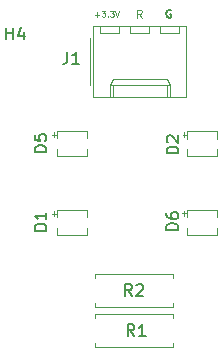
<source format=gto>
%TF.GenerationSoftware,KiCad,Pcbnew,(5.1.9)-1*%
%TF.CreationDate,2021-09-01T20:21:50+01:00*%
%TF.ProjectId,TSAL LED breakout,5453414c-204c-4454-9420-627265616b6f,rev?*%
%TF.SameCoordinates,Original*%
%TF.FileFunction,Legend,Top*%
%TF.FilePolarity,Positive*%
%FSLAX46Y46*%
G04 Gerber Fmt 4.6, Leading zero omitted, Abs format (unit mm)*
G04 Created by KiCad (PCBNEW (5.1.9)-1) date 2021-09-01 20:21:50*
%MOMM*%
%LPD*%
G01*
G04 APERTURE LIST*
%ADD10C,0.175000*%
%ADD11C,0.125000*%
%ADD12C,0.120000*%
%ADD13C,0.050000*%
%ADD14C,0.150000*%
G04 APERTURE END LIST*
D10*
X132433333Y-41650000D02*
X132366666Y-41616666D01*
X132266666Y-41616666D01*
X132166666Y-41650000D01*
X132100000Y-41716666D01*
X132066666Y-41783333D01*
X132033333Y-41916666D01*
X132033333Y-42016666D01*
X132066666Y-42150000D01*
X132100000Y-42216666D01*
X132166666Y-42283333D01*
X132266666Y-42316666D01*
X132333333Y-42316666D01*
X132433333Y-42283333D01*
X132466666Y-42250000D01*
X132466666Y-42016666D01*
X132333333Y-42016666D01*
D11*
X129966666Y-42316666D02*
X129733333Y-41983333D01*
X129566666Y-42316666D02*
X129566666Y-41616666D01*
X129833333Y-41616666D01*
X129900000Y-41650000D01*
X129933333Y-41683333D01*
X129966666Y-41750000D01*
X129966666Y-41850000D01*
X129933333Y-41916666D01*
X129900000Y-41950000D01*
X129833333Y-41983333D01*
X129566666Y-41983333D01*
X126000000Y-42035714D02*
X126380952Y-42035714D01*
X126190476Y-42226190D02*
X126190476Y-41845238D01*
X126571428Y-41726190D02*
X126880952Y-41726190D01*
X126714285Y-41916666D01*
X126785714Y-41916666D01*
X126833333Y-41940476D01*
X126857142Y-41964285D01*
X126880952Y-42011904D01*
X126880952Y-42130952D01*
X126857142Y-42178571D01*
X126833333Y-42202380D01*
X126785714Y-42226190D01*
X126642857Y-42226190D01*
X126595238Y-42202380D01*
X126571428Y-42178571D01*
X127095238Y-42178571D02*
X127119047Y-42202380D01*
X127095238Y-42226190D01*
X127071428Y-42202380D01*
X127095238Y-42178571D01*
X127095238Y-42226190D01*
X127285714Y-41726190D02*
X127595238Y-41726190D01*
X127428571Y-41916666D01*
X127500000Y-41916666D01*
X127547619Y-41940476D01*
X127571428Y-41964285D01*
X127595238Y-42011904D01*
X127595238Y-42130952D01*
X127571428Y-42178571D01*
X127547619Y-42202380D01*
X127500000Y-42226190D01*
X127357142Y-42226190D01*
X127309523Y-42202380D01*
X127285714Y-42178571D01*
X127738095Y-41726190D02*
X127904761Y-42226190D01*
X128071428Y-41726190D01*
D12*
%TO.C,R2*%
X126040000Y-64360000D02*
X126040000Y-64030000D01*
X126040000Y-64030000D02*
X132580000Y-64030000D01*
X132580000Y-64030000D02*
X132580000Y-64360000D01*
X126040000Y-66440000D02*
X126040000Y-66770000D01*
X126040000Y-66770000D02*
X132580000Y-66770000D01*
X132580000Y-66770000D02*
X132580000Y-66440000D01*
D13*
%TO.C,D5*%
X122400000Y-52200000D02*
X122700000Y-52200000D01*
X122550000Y-52425000D02*
X122550000Y-52000000D01*
X125325000Y-51925000D02*
X125325000Y-52525000D01*
X122775000Y-51925000D02*
X125325000Y-51925000D01*
X122775000Y-52525000D02*
X122775000Y-51925000D01*
X125325000Y-54000000D02*
X125325000Y-53450000D01*
X122775000Y-54000000D02*
X125325000Y-54000000D01*
X122775000Y-53450000D02*
X122775000Y-54000000D01*
%TO.C,D6*%
X133400200Y-58864200D02*
X133700200Y-58864200D01*
X133550200Y-59089200D02*
X133550200Y-58664200D01*
X136325200Y-58589200D02*
X136325200Y-59189200D01*
X133775200Y-58589200D02*
X136325200Y-58589200D01*
X133775200Y-59189200D02*
X133775200Y-58589200D01*
X136325200Y-60664200D02*
X136325200Y-60114200D01*
X133775200Y-60664200D02*
X136325200Y-60664200D01*
X133775200Y-60114200D02*
X133775200Y-60664200D01*
%TO.C,D2*%
X133425600Y-52209800D02*
X133725600Y-52209800D01*
X133575600Y-52434800D02*
X133575600Y-52009800D01*
X136350600Y-51934800D02*
X136350600Y-52534800D01*
X133800600Y-51934800D02*
X136350600Y-51934800D01*
X133800600Y-52534800D02*
X133800600Y-51934800D01*
X136350600Y-54009800D02*
X136350600Y-53459800D01*
X133800600Y-54009800D02*
X136350600Y-54009800D01*
X133800600Y-53459800D02*
X133800600Y-54009800D01*
%TO.C,D1*%
X122402000Y-58890000D02*
X122702000Y-58890000D01*
X122552000Y-59115000D02*
X122552000Y-58690000D01*
X125327000Y-58615000D02*
X125327000Y-59215000D01*
X122777000Y-58615000D02*
X125327000Y-58615000D01*
X122777000Y-59215000D02*
X122777000Y-58615000D01*
X125327000Y-60690000D02*
X125327000Y-60140000D01*
X122777000Y-60690000D02*
X125327000Y-60690000D01*
X122777000Y-60140000D02*
X122777000Y-60690000D01*
D12*
%TO.C,J1*%
X133130000Y-43570000D02*
X133130000Y-42970000D01*
X131530000Y-43570000D02*
X133130000Y-43570000D01*
X131530000Y-42970000D02*
X131530000Y-43570000D01*
X130590000Y-43570000D02*
X130590000Y-42970000D01*
X128990000Y-43570000D02*
X130590000Y-43570000D01*
X128990000Y-42970000D02*
X128990000Y-43570000D01*
X128050000Y-43570000D02*
X128050000Y-42970000D01*
X126450000Y-43570000D02*
X128050000Y-43570000D01*
X126450000Y-42970000D02*
X126450000Y-43570000D01*
X132080000Y-48990000D02*
X132080000Y-47990000D01*
X127500000Y-48990000D02*
X127500000Y-47990000D01*
X132080000Y-47460000D02*
X132330000Y-47990000D01*
X127500000Y-47460000D02*
X132080000Y-47460000D01*
X127250000Y-47990000D02*
X127500000Y-47460000D01*
X132330000Y-47990000D02*
X132330000Y-48990000D01*
X127250000Y-47990000D02*
X132330000Y-47990000D01*
X127250000Y-48990000D02*
X127250000Y-47990000D01*
X125580000Y-44000000D02*
X125580000Y-48000000D01*
X133710000Y-42970000D02*
X125870000Y-42970000D01*
X133710000Y-48990000D02*
X133710000Y-42970000D01*
X125870000Y-48990000D02*
X133710000Y-48990000D01*
X125870000Y-42970000D02*
X125870000Y-48990000D01*
%TO.C,R1*%
X132580000Y-70170000D02*
X132580000Y-69840000D01*
X126040000Y-70170000D02*
X132580000Y-70170000D01*
X126040000Y-69840000D02*
X126040000Y-70170000D01*
X132580000Y-67430000D02*
X132580000Y-67760000D01*
X126040000Y-67430000D02*
X132580000Y-67430000D01*
X126040000Y-67760000D02*
X126040000Y-67430000D01*
%TD*%
%TO.C,R2*%
D14*
X129133333Y-65852380D02*
X128800000Y-65376190D01*
X128561904Y-65852380D02*
X128561904Y-64852380D01*
X128942857Y-64852380D01*
X129038095Y-64900000D01*
X129085714Y-64947619D01*
X129133333Y-65042857D01*
X129133333Y-65185714D01*
X129085714Y-65280952D01*
X129038095Y-65328571D01*
X128942857Y-65376190D01*
X128561904Y-65376190D01*
X129514285Y-64947619D02*
X129561904Y-64900000D01*
X129657142Y-64852380D01*
X129895238Y-64852380D01*
X129990476Y-64900000D01*
X130038095Y-64947619D01*
X130085714Y-65042857D01*
X130085714Y-65138095D01*
X130038095Y-65280952D01*
X129466666Y-65852380D01*
X130085714Y-65852380D01*
%TO.C,D5*%
X121889780Y-53697095D02*
X120889780Y-53697095D01*
X120889780Y-53459000D01*
X120937400Y-53316142D01*
X121032638Y-53220904D01*
X121127876Y-53173285D01*
X121318352Y-53125666D01*
X121461209Y-53125666D01*
X121651685Y-53173285D01*
X121746923Y-53220904D01*
X121842161Y-53316142D01*
X121889780Y-53459000D01*
X121889780Y-53697095D01*
X120889780Y-52220904D02*
X120889780Y-52697095D01*
X121365971Y-52744714D01*
X121318352Y-52697095D01*
X121270733Y-52601857D01*
X121270733Y-52363761D01*
X121318352Y-52268523D01*
X121365971Y-52220904D01*
X121461209Y-52173285D01*
X121699304Y-52173285D01*
X121794542Y-52220904D01*
X121842161Y-52268523D01*
X121889780Y-52363761D01*
X121889780Y-52601857D01*
X121842161Y-52697095D01*
X121794542Y-52744714D01*
%TO.C,D6*%
X133040380Y-60275695D02*
X132040380Y-60275695D01*
X132040380Y-60037600D01*
X132088000Y-59894742D01*
X132183238Y-59799504D01*
X132278476Y-59751885D01*
X132468952Y-59704266D01*
X132611809Y-59704266D01*
X132802285Y-59751885D01*
X132897523Y-59799504D01*
X132992761Y-59894742D01*
X133040380Y-60037600D01*
X133040380Y-60275695D01*
X132040380Y-58847123D02*
X132040380Y-59037600D01*
X132088000Y-59132838D01*
X132135619Y-59180457D01*
X132278476Y-59275695D01*
X132468952Y-59323314D01*
X132849904Y-59323314D01*
X132945142Y-59275695D01*
X132992761Y-59228076D01*
X133040380Y-59132838D01*
X133040380Y-58942361D01*
X132992761Y-58847123D01*
X132945142Y-58799504D01*
X132849904Y-58751885D01*
X132611809Y-58751885D01*
X132516571Y-58799504D01*
X132468952Y-58847123D01*
X132421333Y-58942361D01*
X132421333Y-59132838D01*
X132468952Y-59228076D01*
X132516571Y-59275695D01*
X132611809Y-59323314D01*
%TO.C,D2*%
X133065780Y-53798695D02*
X132065780Y-53798695D01*
X132065780Y-53560600D01*
X132113400Y-53417742D01*
X132208638Y-53322504D01*
X132303876Y-53274885D01*
X132494352Y-53227266D01*
X132637209Y-53227266D01*
X132827685Y-53274885D01*
X132922923Y-53322504D01*
X133018161Y-53417742D01*
X133065780Y-53560600D01*
X133065780Y-53798695D01*
X132161019Y-52846314D02*
X132113400Y-52798695D01*
X132065780Y-52703457D01*
X132065780Y-52465361D01*
X132113400Y-52370123D01*
X132161019Y-52322504D01*
X132256257Y-52274885D01*
X132351495Y-52274885D01*
X132494352Y-52322504D01*
X133065780Y-52893933D01*
X133065780Y-52274885D01*
%TO.C,D1*%
X121889780Y-60326495D02*
X120889780Y-60326495D01*
X120889780Y-60088400D01*
X120937400Y-59945542D01*
X121032638Y-59850304D01*
X121127876Y-59802685D01*
X121318352Y-59755066D01*
X121461209Y-59755066D01*
X121651685Y-59802685D01*
X121746923Y-59850304D01*
X121842161Y-59945542D01*
X121889780Y-60088400D01*
X121889780Y-60326495D01*
X121889780Y-58802685D02*
X121889780Y-59374114D01*
X121889780Y-59088400D02*
X120889780Y-59088400D01*
X121032638Y-59183638D01*
X121127876Y-59278876D01*
X121175495Y-59374114D01*
%TO.C,J1*%
X123666666Y-45202380D02*
X123666666Y-45916666D01*
X123619047Y-46059523D01*
X123523809Y-46154761D01*
X123380952Y-46202380D01*
X123285714Y-46202380D01*
X124666666Y-46202380D02*
X124095238Y-46202380D01*
X124380952Y-46202380D02*
X124380952Y-45202380D01*
X124285714Y-45345238D01*
X124190476Y-45440476D01*
X124095238Y-45488095D01*
%TO.C,H4*%
X118488095Y-44149436D02*
X118488095Y-43149436D01*
X118488095Y-43625627D02*
X119059523Y-43625627D01*
X119059523Y-44149436D02*
X119059523Y-43149436D01*
X119964285Y-43482770D02*
X119964285Y-44149436D01*
X119726190Y-43101817D02*
X119488095Y-43816103D01*
X120107142Y-43816103D01*
%TO.C,R1*%
X129333333Y-69252380D02*
X129000000Y-68776190D01*
X128761904Y-69252380D02*
X128761904Y-68252380D01*
X129142857Y-68252380D01*
X129238095Y-68300000D01*
X129285714Y-68347619D01*
X129333333Y-68442857D01*
X129333333Y-68585714D01*
X129285714Y-68680952D01*
X129238095Y-68728571D01*
X129142857Y-68776190D01*
X128761904Y-68776190D01*
X130285714Y-69252380D02*
X129714285Y-69252380D01*
X130000000Y-69252380D02*
X130000000Y-68252380D01*
X129904761Y-68395238D01*
X129809523Y-68490476D01*
X129714285Y-68538095D01*
%TD*%
M02*

</source>
